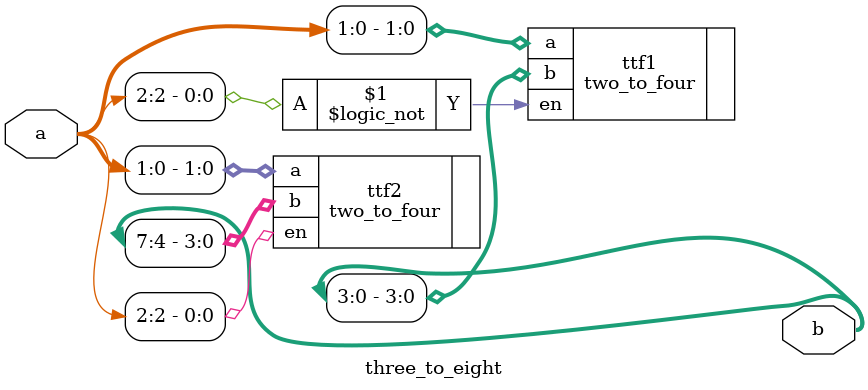
<source format=v>
`timescale 1ns / 1ps


module three_to_eight(input [2:0] a, output [7:0] b
    );
    two_to_four ttf1(.a(a[1:0]), .en(!a[2]), .b(b[3:0]));
    two_to_four ttf2(.a(a[1:0]), .en(a[2]), .b(b[7:4]));
endmodule

</source>
